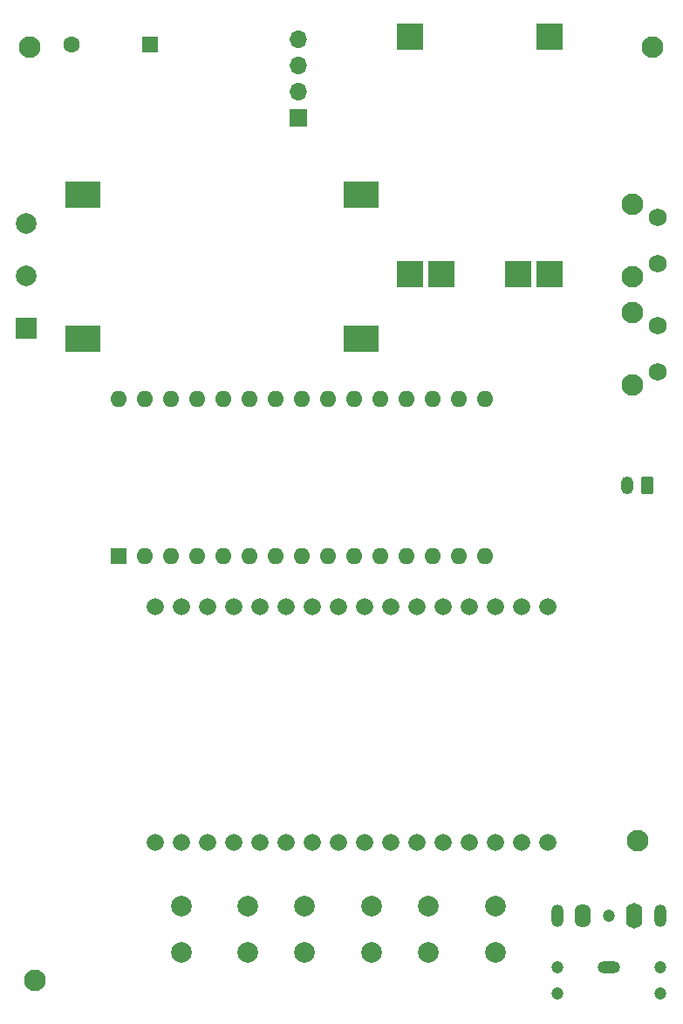
<source format=gbr>
%TF.GenerationSoftware,KiCad,Pcbnew,9.0.0*%
%TF.CreationDate,2025-04-29T13:04:53-04:00*%
%TF.ProjectId,mp3_player,6d70335f-706c-4617-9965-722e6b696361,rev?*%
%TF.SameCoordinates,Original*%
%TF.FileFunction,Soldermask,Bot*%
%TF.FilePolarity,Negative*%
%FSLAX46Y46*%
G04 Gerber Fmt 4.6, Leading zero omitted, Abs format (unit mm)*
G04 Created by KiCad (PCBNEW 9.0.0) date 2025-04-29 13:04:53*
%MOMM*%
%LPD*%
G01*
G04 APERTURE LIST*
G04 Aperture macros list*
%AMRoundRect*
0 Rectangle with rounded corners*
0 $1 Rounding radius*
0 $2 $3 $4 $5 $6 $7 $8 $9 X,Y pos of 4 corners*
0 Add a 4 corners polygon primitive as box body*
4,1,4,$2,$3,$4,$5,$6,$7,$8,$9,$2,$3,0*
0 Add four circle primitives for the rounded corners*
1,1,$1+$1,$2,$3*
1,1,$1+$1,$4,$5*
1,1,$1+$1,$6,$7*
1,1,$1+$1,$8,$9*
0 Add four rect primitives between the rounded corners*
20,1,$1+$1,$2,$3,$4,$5,0*
20,1,$1+$1,$4,$5,$6,$7,0*
20,1,$1+$1,$6,$7,$8,$9,0*
20,1,$1+$1,$8,$9,$2,$3,0*%
G04 Aperture macros list end*
%ADD10C,2.100000*%
%ADD11C,2.000000*%
%ADD12C,1.200000*%
%ADD13O,1.200000X2.200000*%
%ADD14O,1.600000X2.300000*%
%ADD15O,2.200000X1.200000*%
%ADD16O,1.600000X2.500000*%
%ADD17C,1.750000*%
%ADD18R,1.700000X1.700000*%
%ADD19O,1.700000X1.700000*%
%ADD20R,1.600000X1.600000*%
%ADD21O,1.600000X1.600000*%
%ADD22R,2.000000X2.000000*%
%ADD23RoundRect,0.250000X0.550000X0.550000X-0.550000X0.550000X-0.550000X-0.550000X0.550000X-0.550000X0*%
%ADD24C,1.600000*%
%ADD25R,2.540000X2.540000*%
%ADD26C,1.670000*%
%ADD27RoundRect,0.250000X0.350000X0.625000X-0.350000X0.625000X-0.350000X-0.625000X0.350000X-0.625000X0*%
%ADD28O,1.200000X1.750000*%
%ADD29R,3.500000X2.540000*%
G04 APERTURE END LIST*
D10*
%TO.C,REF\u002A\u002A*%
X169000000Y-130000000D03*
%TD*%
%TO.C,REF\u002A\u002A*%
X110500000Y-143500000D03*
%TD*%
%TO.C,REF\u002A\u002A*%
X170500000Y-53000000D03*
%TD*%
%TO.C,REF\u002A\u002A*%
X110000000Y-53000000D03*
%TD*%
D11*
%TO.C,SW2*%
X136724375Y-136293000D03*
X143224375Y-136293000D03*
X136724375Y-140793000D03*
X143224375Y-140793000D03*
%TD*%
D12*
%TO.C,J1*%
X161224375Y-142293000D03*
X161224375Y-144793000D03*
X166224375Y-137293000D03*
X171224375Y-142293000D03*
X171224375Y-144793000D03*
D13*
X161224375Y-137293000D03*
D14*
X163724375Y-137293000D03*
D15*
X166224375Y-142293000D03*
D13*
X171224375Y-137293000D03*
D16*
X168724375Y-137293000D03*
%TD*%
D11*
%TO.C,SW4*%
X148724375Y-136293000D03*
X155224375Y-136293000D03*
X148724375Y-140793000D03*
X155224375Y-140793000D03*
%TD*%
D10*
%TO.C,SW6*%
X168521875Y-68268000D03*
X168521875Y-75278000D03*
D17*
X171011875Y-69518000D03*
X171011875Y-74018000D03*
%TD*%
D18*
%TO.C,U3*%
X136109375Y-59873000D03*
D19*
X136109375Y-57333000D03*
X136109375Y-54793000D03*
X136109375Y-52253000D03*
%TD*%
D20*
%TO.C,A1*%
X118674375Y-102403000D03*
D21*
X121214375Y-102403000D03*
X123754375Y-102403000D03*
X126294375Y-102403000D03*
X128834375Y-102403000D03*
X131374375Y-102403000D03*
X133914375Y-102403000D03*
X136454375Y-102403000D03*
X138994375Y-102403000D03*
X141534375Y-102403000D03*
X144074375Y-102403000D03*
X146614375Y-102403000D03*
X149154375Y-102403000D03*
X151694375Y-102403000D03*
X154234375Y-102403000D03*
X154234375Y-87163000D03*
X151694375Y-87163000D03*
X149154375Y-87163000D03*
X146614375Y-87163000D03*
X144074375Y-87163000D03*
X141534375Y-87163000D03*
X138994375Y-87163000D03*
X136454375Y-87163000D03*
X133914375Y-87163000D03*
X131374375Y-87163000D03*
X128834375Y-87163000D03*
X126294375Y-87163000D03*
X123754375Y-87163000D03*
X121214375Y-87163000D03*
X118674375Y-87163000D03*
%TD*%
D10*
%TO.C,SW7*%
X168521875Y-78768000D03*
X168521875Y-85778000D03*
D17*
X171011875Y-80018000D03*
X171011875Y-84518000D03*
%TD*%
D11*
%TO.C,SW3*%
X124724375Y-136293000D03*
X131224375Y-136293000D03*
X124724375Y-140793000D03*
X131224375Y-140793000D03*
%TD*%
D22*
%TO.C,SW5*%
X109724375Y-80293000D03*
D11*
X109724375Y-75213000D03*
X109724375Y-70133000D03*
%TD*%
D23*
%TO.C,SW1*%
X121724375Y-52793000D03*
D24*
X114104375Y-52793000D03*
%TD*%
D25*
%TO.C,U11*%
X146949375Y-52043000D03*
X160449375Y-52043000D03*
X160449375Y-75043000D03*
X157449375Y-75043000D03*
X146949375Y-75043000D03*
X149949375Y-75043000D03*
%TD*%
D26*
%TO.C,U2*%
X122204375Y-130153000D03*
X124744375Y-130153000D03*
X127284375Y-130153000D03*
X129824375Y-130153000D03*
X132364375Y-130153000D03*
X134904375Y-130153000D03*
X137444375Y-130153000D03*
X139984375Y-130153000D03*
X142524375Y-130153000D03*
X145064375Y-130153000D03*
X147604375Y-130153000D03*
X150144375Y-130153000D03*
X152684375Y-130153000D03*
X155224375Y-130153000D03*
X157764375Y-130153000D03*
X160304375Y-130153000D03*
X122204375Y-107293000D03*
X124744375Y-107293000D03*
X127284375Y-107293000D03*
X129824375Y-107293000D03*
X132364375Y-107293000D03*
X134904375Y-107293000D03*
X137444375Y-107293000D03*
X139984375Y-107293000D03*
X142524375Y-107293000D03*
X145064375Y-107293000D03*
X147604375Y-107293000D03*
X150144375Y-107293000D03*
X152684375Y-107293000D03*
X155224375Y-107293000D03*
X157764375Y-107293000D03*
X160304375Y-107293000D03*
%TD*%
D27*
%TO.C,J2*%
X170000000Y-95550000D03*
D28*
X168000000Y-95550000D03*
%TD*%
D29*
%TO.C,U1*%
X115224375Y-81293000D03*
X115224375Y-67293000D03*
X142224375Y-81293000D03*
X142224375Y-67293000D03*
%TD*%
M02*

</source>
